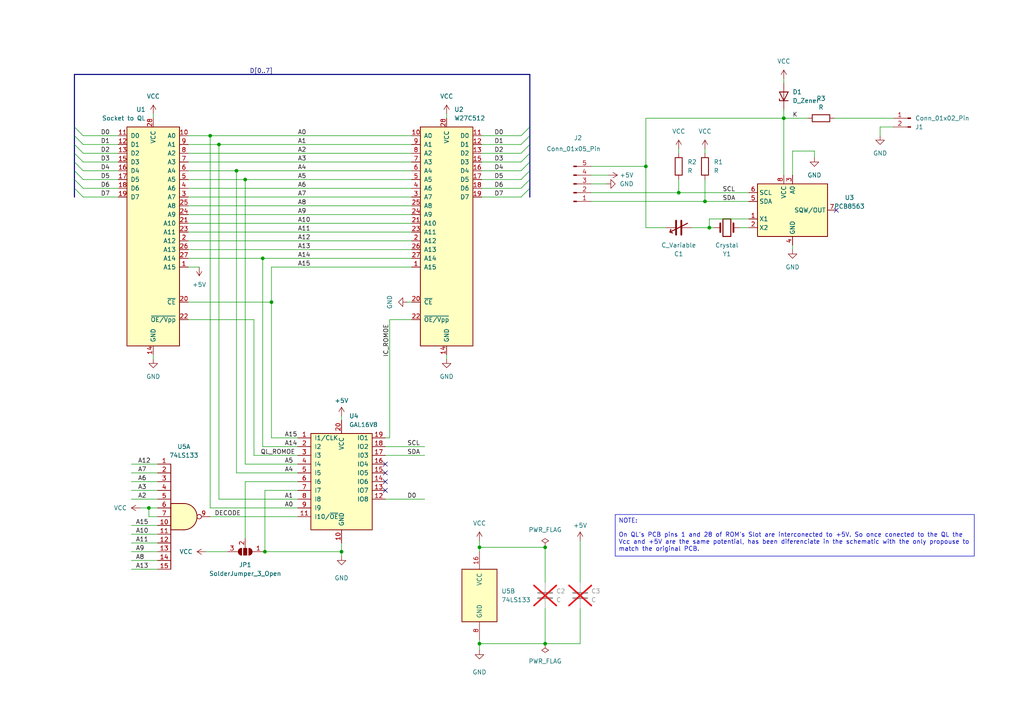
<source format=kicad_sch>
(kicad_sch (version 20230121) (generator eeschema)
  (paper "A4")
  (title_block (title "Minerva MK II Reimagined") (date "2024-01-26") (rev "0.0") (company "Alvaro Alea Fernandez"))
  (lib_symbols
    (symbol "74xx:74LS133" (pin_names (offset 1.016))
      (property "Reference" "U" (at 0 1.27 0))
      (property "Value" "74LS133" (at 0 -1.27 0))
      (symbol "74LS133_1_1"
        (arc (start 0 -3.81) (mid 3.7934 0) (end 0 3.81) (stroke (width 0.254)) (fill (type background)))
        (polyline (pts (xy -3.81 15.24) (xy -3.81 -15.24)) (stroke (width 0.254)))
        (polyline (pts (xy 0 3.81) (xy -3.81 3.81) (xy -3.81 -3.81) (xy 0 -3.81)) (stroke (width 0.254)) (fill (type background)))
        (pin input line (at -7.62 15.24 0) (length 3.81) (name "~") (number "1"))
        (pin input line (at -7.62 -2.54 0) (length 3.81) (name "~") (number "10"))
        (pin input line (at -7.62 -5.08 0) (length 3.81) (name "~") (number "11"))
        (pin input line (at -7.62 -7.62 0) (length 3.81) (name "~") (number "12"))
        (pin input line (at -7.62 -10.16 0) (length 3.81) (name "~") (number "13"))
        (pin input line (at -7.62 -12.7 0) (length 3.81) (name "~") (number "14"))
        (pin input line (at -7.62 -15.24 0) (length 3.81) (name "~") (number "15"))
        (pin input line (at -7.62 12.7 0) (length 3.81) (name "~") (number "2"))
        (pin input line (at -7.62 10.16 0) (length 3.81) (name "~") (number "3"))
        (pin input line (at -7.62 7.62 0) (length 3.81) (name "~") (number "4"))
        (pin input line (at -7.62 5.08 0) (length 3.81) (name "~") (number "5"))
        (pin input line (at -7.62 2.54 0) (length 3.81) (name "~") (number "6"))
        (pin input line (at -7.62 0 0) (length 3.81) (name "~") (number "7"))
        (pin output inverted (at 7.62 0 180) (length 3.81) (name "~") (number "9"))
      )
      (symbol "74LS133_1_2"
        (arc (start -3.81 -3.81) (mid -2.589 0) (end -3.81 3.81) (stroke (width 0.254)))
        (arc (start -0.6096 -3.81) (mid 2.1842 -2.5851) (end 3.81 0) (stroke (width 0.254)) (fill (type background)))
        (polyline (pts (xy -3.81 -3.81) (xy -3.81 -15.24)) (stroke (width 0.254)))
        (polyline (pts (xy -3.81 -3.81) (xy -0.635 -3.81)) (stroke (width 0.254)) (fill (type background)))
        (polyline (pts (xy -3.81 3.81) (xy -0.635 3.81)) (stroke (width 0.254)) (fill (type background)))
        (polyline (pts (xy -3.81 15.24) (xy -3.81 3.81)) (stroke (width 0.254)))
        (polyline (pts (xy -0.635 3.81) (xy -3.81 3.81) (xy -3.81 3.81) (xy -3.556 3.4036) (xy -3.0226 2.2606) (xy -2.6924 1.0414) (xy -2.6162 -0.254) (xy -2.7686 -1.4986) (xy -3.175 -2.7178) (xy -3.81 -3.81) (xy -3.81 -3.81) (xy -0.635 -3.81)) (stroke (width -25.4)) (fill (type background)))
        (arc (start 3.81 0) (mid 2.1915 2.5936) (end -0.6096 3.81) (stroke (width 0.254)) (fill (type background)))
        (pin input inverted (at -7.62 15.24 0) (length 3.81) (name "~") (number "1"))
        (pin input inverted (at -7.62 -2.54 0) (length 4.5466) (name "~") (number "10"))
        (pin input inverted (at -7.62 -5.08 0) (length 3.81) (name "~") (number "11"))
        (pin input inverted (at -7.62 -7.62 0) (length 3.81) (name "~") (number "12"))
        (pin input inverted (at -7.62 -10.16 0) (length 3.81) (name "~") (number "13"))
        (pin input inverted (at -7.62 -12.7 0) (length 3.81) (name "~") (number "14"))
        (pin input inverted (at -7.62 -15.24 0) (length 3.81) (name "~") (number "15"))
        (pin input inverted (at -7.62 12.7 0) (length 3.81) (name "~") (number "2"))
        (pin input inverted (at -7.62 10.16 0) (length 3.81) (name "~") (number "3"))
        (pin input inverted (at -7.62 7.62 0) (length 3.81) (name "~") (number "4"))
        (pin input inverted (at -7.62 5.08 0) (length 3.81) (name "~") (number "5"))
        (pin input inverted (at -7.62 2.54 0) (length 4.5466) (name "~") (number "6"))
        (pin input inverted (at -7.62 0 0) (length 5.08) (name "~") (number "7"))
        (pin output line (at 7.62 0 180) (length 3.81) (name "~") (number "9"))
      )
      (symbol "74LS133_2_0"
        (pin power_in line (at 0 12.7 270) (length 5.08) (name "VCC") (number "16"))
        (pin power_in line (at 0 -12.7 90) (length 5.08) (name "GND") (number "8"))
      )
      (symbol "74LS133_2_1"
        (rectangle (start -5.08 7.62) (end 5.08 -7.62) (stroke (width 0.254)) (fill (type background)))
      )
    )
    (symbol "8bits:W27C512" (pin_names (offset 1.016))
      (property "Reference" "U" (at 6.35 33.02 0))
      (property "Value" "W27C512" (at 5.08 -33.02 0))
      (symbol "W27C512_1_1"
        (rectangle (start -7.62 31.75) (end 7.62 -31.75) (stroke (width 0.254)) (fill (type background)))
        (pin input line (at -10.16 -8.89 0) (length 2.54) (name "A15") (number "1"))
        (pin input line (at -10.16 29.21 0) (length 2.54) (name "A0") (number "10"))
        (pin tri_state line (at 10.16 29.21 180) (length 2.54) (name "D0") (number "11"))
        (pin tri_state line (at 10.16 26.67 180) (length 2.54) (name "D1") (number "12"))
        (pin tri_state line (at 10.16 24.13 180) (length 2.54) (name "D2") (number "13"))
        (pin power_in line (at 0 -34.29 90) (length 2.54) (name "GND") (number "14"))
        (pin tri_state line (at 10.16 21.59 180) (length 2.54) (name "D3") (number "15"))
        (pin tri_state line (at 10.16 19.05 180) (length 2.54) (name "D4") (number "16"))
        (pin tri_state line (at 10.16 16.51 180) (length 2.54) (name "D5") (number "17"))
        (pin tri_state line (at 10.16 13.97 180) (length 2.54) (name "D6") (number "18"))
        (pin tri_state line (at 10.16 11.43 180) (length 2.54) (name "D7") (number "19"))
        (pin input line (at -10.16 -1.27 0) (length 2.54) (name "A12") (number "2"))
        (pin input line (at -10.16 -19.05 0) (length 2.54) (name "~{CE}") (number "20"))
        (pin input line (at -10.16 3.81 0) (length 2.54) (name "A10") (number "21"))
        (pin input line (at -10.16 -24.13 0) (length 2.54) (name "~{OE/Vpp}") (number "22"))
        (pin input line (at -10.16 1.27 0) (length 2.54) (name "A11") (number "23"))
        (pin input line (at -10.16 6.35 0) (length 2.54) (name "A9") (number "24"))
        (pin input line (at -10.16 8.89 0) (length 2.54) (name "A8") (number "25"))
        (pin input line (at -10.16 -3.81 0) (length 2.54) (name "A13") (number "26"))
        (pin input line (at -10.16 -6.35 0) (length 2.54) (name "A14") (number "27"))
        (pin power_in line (at 0 34.29 270) (length 2.54) (name "VCC") (number "28"))
        (pin input line (at -10.16 11.43 0) (length 2.54) (name "A7") (number "3"))
        (pin input line (at -10.16 13.97 0) (length 2.54) (name "A6") (number "4"))
        (pin input line (at -10.16 16.51 0) (length 2.54) (name "A5") (number "5"))
        (pin input line (at -10.16 19.05 0) (length 2.54) (name "A4") (number "6"))
        (pin input line (at -10.16 21.59 0) (length 2.54) (name "A3") (number "7"))
        (pin input line (at -10.16 24.13 0) (length 2.54) (name "A2") (number "8"))
        (pin input line (at -10.16 26.67 0) (length 2.54) (name "A1") (number "9"))
      )
    )
    (symbol "Connector:Conn_01x02_Pin" (pin_names (offset 1.016) hide)
      (property "Reference" "J" (at 0 2.54 0))
      (property "Value" "Conn_01x02_Pin" (at 0 -5.08 0))
      (symbol "Conn_01x02_Pin_1_1"
        (polyline (pts (xy 1.27 -2.54) (xy 0.8636 -2.54)) (stroke (width 0.1524)))
        (polyline (pts (xy 1.27 0) (xy 0.8636 0)) (stroke (width 0.1524)))
        (rectangle (start 0.8636 -2.413) (end 0 -2.667) (stroke (width 0.1524)) (fill (type outline)))
        (rectangle (start 0.8636 0.127) (end 0 -0.127) (stroke (width 0.1524)) (fill (type outline)))
        (pin passive line (at 5.08 0 180) (length 3.81) (name "Pin_1") (number "1"))
        (pin passive line (at 5.08 -2.54 180) (length 3.81) (name "Pin_2") (number "2"))
      )
    )
    (symbol "Connector:Conn_01x05_Pin" (pin_names (offset 1.016) hide)
      (property "Reference" "J" (at 0 7.62 0))
      (property "Value" "Conn_01x05_Pin" (at 0 -7.62 0))
      (symbol "Conn_01x05_Pin_1_1"
        (polyline (pts (xy 1.27 -5.08) (xy 0.8636 -5.08)) (stroke (width 0.1524)))
        (polyline (pts (xy 1.27 -2.54) (xy 0.8636 -2.54)) (stroke (width 0.1524)))
        (polyline (pts (xy 1.27 0) (xy 0.8636 0)) (stroke (width 0.1524)))
        (polyline (pts (xy 1.27 2.54) (xy 0.8636 2.54)) (stroke (width 0.1524)))
        (polyline (pts (xy 1.27 5.08) (xy 0.8636 5.08)) (stroke (width 0.1524)))
        (rectangle (start 0.8636 -4.953) (end 0 -5.207) (stroke (width 0.1524)) (fill (type outline)))
        (rectangle (start 0.8636 -2.413) (end 0 -2.667) (stroke (width 0.1524)) (fill (type outline)))
        (rectangle (start 0.8636 0.127) (end 0 -0.127) (stroke (width 0.1524)) (fill (type outline)))
        (rectangle (start 0.8636 2.667) (end 0 2.413) (stroke (width 0.1524)) (fill (type outline)))
        (rectangle (start 0.8636 5.207) (end 0 4.953) (stroke (width 0.1524)) (fill (type outline)))
        (pin passive line (at 5.08 5.08 180) (length 3.81) (name "Pin_1") (number "1"))
        (pin passive line (at 5.08 2.54 180) (length 3.81) (name "Pin_2") (number "2"))
        (pin passive line (at 5.08 0 180) (length 3.81) (name "Pin_3") (number "3"))
        (pin passive line (at 5.08 -2.54 180) (length 3.81) (name "Pin_4") (number "4"))
        (pin passive line (at 5.08 -5.08 180) (length 3.81) (name "Pin_5") (number "5"))
      )
    )
    (symbol "Device:C" (pin_numbers hide) (pin_names (offset 0.254))
      (property "Reference" "C" (at 0.635 2.54 0))
      (property "Value" "C" (at 0.635 -2.54 0))
      (symbol "C_0_1"
        (polyline (pts (xy -2.032 -0.762) (xy 2.032 -0.762)) (stroke (width 0.508)))
        (polyline (pts (xy -2.032 0.762) (xy 2.032 0.762)) (stroke (width 0.508)))
      )
      (symbol "C_1_1"
        (pin passive line (at 0 3.81 270) (length 2.794) (name "~") (number "1"))
        (pin passive line (at 0 -3.81 90) (length 2.794) (name "~") (number "2"))
      )
    )
    (symbol "Device:C_Variable" (pin_numbers hide) (pin_names (offset 0.254) hide)
      (property "Reference" "C" (at 0.635 -1.905 0))
      (property "Value" "C_Variable" (at 0.635 -3.81 0))
      (symbol "C_Variable_0_1"
        (polyline (pts (xy -2.032 -0.762) (xy 2.032 -0.762)) (stroke (width 0.508)))
        (polyline (pts (xy -2.032 0.762) (xy 2.032 0.762)) (stroke (width 0.508)))
        (polyline (pts (xy 1.27 2.54) (xy -1.27 -2.54)) (stroke (width 0.3048)))
        (polyline (pts (xy 1.27 2.54) (xy 0.508 2.286)) (stroke (width 0.3048)))
        (polyline (pts (xy 1.27 2.54) (xy 1.524 1.778)) (stroke (width 0.3048)))
      )
      (symbol "C_Variable_1_1"
        (pin passive line (at 0 3.81 270) (length 3.048) (name "~") (number "1"))
        (pin passive line (at 0 -3.81 90) (length 3.048) (name "~") (number "2"))
      )
    )
    (symbol "Device:Crystal" (pin_numbers hide) (pin_names (offset 1.016) hide)
      (property "Reference" "Y" (at 0 3.81 0))
      (property "Value" "Crystal" (at 0 -3.81 0))
      (symbol "Crystal_0_1"
        (rectangle (start -1.143 2.54) (end 1.143 -2.54) (stroke (width 0.3048)))
        (polyline (pts (xy -2.54 0) (xy -1.905 0)))
        (polyline (pts (xy -1.905 -1.27) (xy -1.905 1.27)) (stroke (width 0.508)))
        (polyline (pts (xy 1.905 -1.27) (xy 1.905 1.27)) (stroke (width 0.508)))
        (polyline (pts (xy 2.54 0) (xy 1.905 0)))
      )
      (symbol "Crystal_1_1"
        (pin passive line (at -3.81 0 0) (length 1.27) (name "1") (number "1"))
        (pin passive line (at 3.81 0 180) (length 1.27) (name "2") (number "2"))
      )
    )
    (symbol "Device:D_Zener" (pin_numbers hide) (pin_names (offset 1.016) hide)
      (property "Reference" "D" (at 0 2.54 0))
      (property "Value" "D_Zener" (at 0 -2.54 0))
      (symbol "D_Zener_0_1"
        (polyline (pts (xy 1.27 0) (xy -1.27 0)))
        (polyline (pts (xy -1.27 -1.27) (xy -1.27 1.27) (xy -0.762 1.27)) (stroke (width 0.254)))
        (polyline (pts (xy 1.27 -1.27) (xy 1.27 1.27) (xy -1.27 0) (xy 1.27 -1.27)) (stroke (width 0.254)))
      )
      (symbol "D_Zener_1_1"
        (pin passive line (at -3.81 0 0) (length 2.54) (name "K") (number "1"))
        (pin passive line (at 3.81 0 180) (length 2.54) (name "A") (number "2"))
      )
    )
    (symbol "Device:R" (pin_numbers hide) (pin_names (offset 0))
      (property "Reference" "R" (at 2.032 0 90))
      (property "Value" "R" (at 0 0 90))
      (symbol "R_0_1"
        (rectangle (start -1.016 -2.54) (end 1.016 2.54) (stroke (width 0.254)))
      )
      (symbol "R_1_1"
        (pin passive line (at 0 3.81 270) (length 1.27) (name "~") (number "1"))
        (pin passive line (at 0 -3.81 90) (length 1.27) (name "~") (number "2"))
      )
    )
    (symbol "Jumper:SolderJumper_3_Open" (pin_names (offset 0) hide)
      (property "Reference" "JP" (at -2.54 -2.54 0))
      (property "Value" "SolderJumper_3_Open" (at 0 2.794 0))
      (symbol "SolderJumper_3_Open_0_1"
        (arc (start -1.016 1.016) (mid -2.0276 0) (end -1.016 -1.016))
        (arc (start -1.016 1.016) (mid -2.0276 0) (end -1.016 -1.016) (fill (type outline)))
        (rectangle (start -0.508 1.016) (end 0.508 -1.016) (fill (type outline)))
        (polyline (pts (xy -2.54 0) (xy -2.032 0)))
        (polyline (pts (xy -1.016 1.016) (xy -1.016 -1.016)))
        (polyline (pts (xy 0 -1.27) (xy 0 -1.016)))
        (polyline (pts (xy 1.016 1.016) (xy 1.016 -1.016)))
        (polyline (pts (xy 2.54 0) (xy 2.032 0)))
        (arc (start 1.016 -1.016) (mid 2.0276 0) (end 1.016 1.016))
        (arc (start 1.016 -1.016) (mid 2.0276 0) (end 1.016 1.016) (fill (type outline)))
      )
      (symbol "SolderJumper_3_Open_1_1"
        (pin passive line (at -5.08 0 0) (length 2.54) (name "A") (number "1"))
        (pin passive line (at 0 -3.81 90) (length 2.54) (name "C") (number "2"))
        (pin passive line (at 5.08 0 180) (length 2.54) (name "B") (number "3"))
      )
    )
    (symbol "Logic_Programmable:GAL16V8" (pin_names (offset 1.016))
      (property "Reference" "U" (at -8.89 16.51 0))
      (property "Value" "GAL16V8" (at 1.27 16.51 0))
      (symbol "GAL16V8_0_0"
        (pin power_in line (at 0 -17.78 90) (length 3.81) (name "GND") (number "10"))
        (pin power_in line (at 0 17.78 270) (length 3.81) (name "VCC") (number "20"))
      )
      (symbol "GAL16V8_0_1"
        (rectangle (start -8.89 13.97) (end 8.89 -13.97) (stroke (width 0.254)) (fill (type background)))
      )
      (symbol "GAL16V8_1_1"
        (pin input line (at -12.7 12.7 0) (length 3.81) (name "I1/CLK") (number "1"))
        (pin input line (at -12.7 -10.16 0) (length 3.81) (name "I10/~{OE}") (number "11"))
        (pin tri_state line (at 12.7 -5.08 180) (length 3.81) (name "IO8") (number "12"))
        (pin tri_state line (at 12.7 -2.54 180) (length 3.81) (name "IO7") (number "13"))
        (pin tri_state line (at 12.7 0 180) (length 3.81) (name "IO6") (number "14"))
        (pin tri_state line (at 12.7 2.54 180) (length 3.81) (name "IO5") (number "15"))
        (pin tri_state line (at 12.7 5.08 180) (length 3.81) (name "IO4") (number "16"))
        (pin tri_state line (at 12.7 7.62 180) (length 3.81) (name "I03") (number "17"))
        (pin tri_state line (at 12.7 10.16 180) (length 3.81) (name "IO2") (number "18"))
        (pin tri_state line (at 12.7 12.7 180) (length 3.81) (name "IO1") (number "19"))
        (pin input line (at -12.7 10.16 0) (length 3.81) (name "I2") (number "2"))
        (pin input line (at -12.7 7.62 0) (length 3.81) (name "I3") (number "3"))
        (pin input line (at -12.7 5.08 0) (length 3.81) (name "I4") (number "4"))
        (pin input line (at -12.7 2.54 0) (length 3.81) (name "I5") (number "5"))
        (pin input line (at -12.7 0 0) (length 3.81) (name "I6") (number "6"))
        (pin input line (at -12.7 -2.54 0) (length 3.81) (name "I7") (number "7"))
        (pin input line (at -12.7 -5.08 0) (length 3.81) (name "I8") (number "8"))
        (pin input line (at -12.7 -7.62 0) (length 3.81) (name "I9") (number "9"))
      )
    )
    (symbol "Timer_RTC:DS1307+"
      (property "Reference" "U3" (at 16.51 3.6479 0))
      (property "Value" "PCB8563" (at 16.51 1.1079 0))
      (symbol "DS1307+_0_1"
        (rectangle (start -10.16 7.62) (end 10.16 -7.62) (stroke (width 0.254)) (fill (type background)))
      )
      (symbol "DS1307+_1_1"
        (pin input line (at -12.7 -2.54 0) (length 2.54) (name "X1") (number "1"))
        (pin input line (at -12.7 -5.08 0) (length 2.54) (name "X2") (number "2"))
        (pin power_in line (at 0 10.16 270) (length 2.54) (name "A0") (number "3"))
        (pin power_in line (at 0 -10.16 90) (length 2.54) (name "GND") (number "4"))
        (pin bidirectional line (at -12.7 2.54 0) (length 2.54) (name "SDA") (number "5"))
        (pin input line (at -12.7 5.08 0) (length 2.54) (name "SCL") (number "6"))
        (pin open_collector line (at 12.7 0 180) (length 2.54) (name "SQW/OUT") (number "7"))
        (pin power_in line (at -2.54 10.16 270) (length 2.54) (name "VCC") (number "8"))
      )
    )
    (symbol "power:+5V" (power) (pin_names (offset 0))
      (property "Value" "+5V" (at 0 3.556 0))
      (symbol "+5V_0_1"
        (polyline (pts (xy -0.762 1.27) (xy 0 2.54)))
        (polyline (pts (xy 0 0) (xy 0 2.54)))
        (polyline (pts (xy 0 2.54) (xy 0.762 1.27)))
      )
      (symbol "+5V_1_1"
        (pin power_in line (at 0 0 90) (length 0) hide (name "+5V") (number "1"))
      )
    )
    (symbol "power:GND" (power) (pin_names (offset 0))
      (property "Value" "GND" (at 0 -3.81 0))
      (symbol "GND_0_1"
        (polyline (pts (xy 0 0) (xy 0 -1.27) (xy 1.27 -1.27) (xy 0 -2.54) (xy -1.27 -1.27) (xy 0 -1.27)))
      )
      (symbol "GND_1_1"
        (pin power_in line (at 0 0 270) (length 0) hide (name "GND") (number "1"))
      )
    )
    (symbol "power:PWR_FLAG" (power) (pin_numbers hide) (pin_names (offset 0) hide)
      (property "Value" "PWR_FLAG" (at 0 3.81 0))
      (symbol "PWR_FLAG_0_0"
        (pin power_out line (at 0 0 90) (length 0) (name "pwr") (number "1"))
      )
      (symbol "PWR_FLAG_0_1"
        (polyline (pts (xy 0 0) (xy 0 1.27) (xy -1.016 1.905) (xy 0 2.54) (xy 1.016 1.905) (xy 0 1.27)))
      )
    )
    (symbol "power:VCC" (power) (pin_names (offset 0))
      (property "Value" "VCC" (at 0 3.81 0))
      (symbol "VCC_0_1"
        (polyline (pts (xy -0.762 1.27) (xy 0 2.54)))
        (polyline (pts (xy 0 0) (xy 0 2.54)))
        (polyline (pts (xy 0 2.54) (xy 0.762 1.27)))
      )
      (symbol "VCC_1_1"
        (pin power_in line (at 0 0 90) (length 0) hide (name "VCC") (number "1"))
      )
    )
  )
  (junction (at 187.325 48.26))
  (junction (at 78.74 87.63))
  (junction (at 139.065 158.75))
  (junction (at 71.12 52.07))
  (junction (at 99.06 160.02))
  (junction (at 63.5 41.91))
  (junction (at 158.115 186.69))
  (junction (at 204.47 58.42))
  (junction (at 76.2 74.93))
  (junction (at 76.835 160.02))
  (junction (at 43.18 147.32))
  (junction (at 139.065 186.69))
  (junction (at 60.96 39.37))
  (junction (at 205.74 66.04))
  (junction (at 158.115 158.75))
  (junction (at 227.33 34.29))
  (junction (at 196.85 55.88))
  (junction (at 68.58 49.53))
  (no_connect (at 111.76 139.7))
  (no_connect (at 111.76 137.16))
  (no_connect (at 111.76 134.62))
  (no_connect (at 242.57 60.96))
  (no_connect (at 111.76 142.24))
  (bus_entry (at 21.59 41.91) (size 2.54 2.54))
  (bus_entry (at 21.59 52.07) (size 2.54 2.54))
  (bus_entry (at 153.67 49.53) (size -2.54 2.54))
  (bus_entry (at 21.59 49.53) (size 2.54 2.54))
  (bus_entry (at 153.67 41.91) (size -2.54 2.54))
  (bus_entry (at 21.59 44.45) (size 2.54 2.54))
  (bus_entry (at 153.67 46.99) (size -2.54 2.54))
  (bus_entry (at 21.59 54.61) (size 2.54 2.54))
  (bus_entry (at 153.67 39.37) (size -2.54 2.54))
  (bus_entry (at 21.59 46.99) (size 2.54 2.54))
  (bus_entry (at 21.59 39.37) (size 2.54 2.54))
  (bus_entry (at 153.67 36.83) (size -2.54 2.54))
  (bus_entry (at 153.67 52.07) (size -2.54 2.54))
  (bus_entry (at 21.59 36.83) (size 2.54 2.54))
  (bus_entry (at 153.67 54.61) (size -2.54 2.54))
  (bus_entry (at 153.67 44.45) (size -2.54 2.54))
  (wire (pts (xy 158.115 158.75) (xy 158.115 168.91)))
  (wire (pts (xy 200.66 66.04) (xy 205.74 66.04)))
  (wire (pts (xy 86.36 139.7) (xy 71.12 139.7)))
  (wire (pts (xy 214.63 66.04) (xy 217.17 66.04)))
  (wire (pts (xy 38.1 144.78) (xy 45.72 144.78)))
  (wire (pts (xy 187.325 48.26) (xy 171.45 48.26)))
  (wire (pts (xy 54.61 77.47) (xy 57.785 77.47)))
  (wire (pts (xy 54.61 64.77) (xy 119.38 64.77)))
  (wire (pts (xy 187.325 34.29) (xy 187.325 48.26)))
  (wire (pts (xy 63.5 41.91) (xy 119.38 41.91)))
  (bus (pts (xy 21.59 21.59) (xy 21.59 36.83)))
  (wire (pts (xy 54.61 41.91) (xy 63.5 41.91)))
  (wire (pts (xy 241.935 34.29) (xy 259.08 34.29)))
  (bus (pts (xy 153.67 41.91) (xy 153.67 44.45)))
  (wire (pts (xy 60.96 147.32) (xy 60.96 39.37)))
  (wire (pts (xy 99.06 161.29) (xy 99.06 160.02)))
  (wire (pts (xy 151.13 39.37) (xy 139.7 39.37)))
  (wire (pts (xy 38.1 139.7) (xy 45.72 139.7)))
  (wire (pts (xy 139.065 158.75) (xy 158.115 158.75)))
  (wire (pts (xy 71.12 134.62) (xy 86.36 134.62)))
  (wire (pts (xy 151.13 54.61) (xy 139.7 54.61)))
  (wire (pts (xy 204.47 43.18) (xy 204.47 44.45)))
  (wire (pts (xy 43.18 149.86) (xy 43.18 147.32)))
  (wire (pts (xy 38.1 154.94) (xy 45.72 154.94)))
  (bus (pts (xy 153.67 46.99) (xy 153.67 49.53)))
  (wire (pts (xy 187.325 66.04) (xy 193.04 66.04)))
  (bus (pts (xy 21.59 52.07) (xy 21.59 54.61)))
  (wire (pts (xy 204.47 52.07) (xy 204.47 58.42)))
  (wire (pts (xy 236.22 43.815) (xy 236.22 45.72)))
  (wire (pts (xy 86.36 147.32) (xy 60.96 147.32)))
  (wire (pts (xy 151.13 44.45) (xy 139.7 44.45)))
  (wire (pts (xy 139.065 156.845) (xy 139.065 158.75)))
  (wire (pts (xy 196.85 52.07) (xy 196.85 55.88)))
  (wire (pts (xy 227.33 22.86) (xy 227.33 24.13)))
  (bus (pts (xy 153.67 52.07) (xy 153.67 54.61)))
  (wire (pts (xy 24.13 46.99) (xy 34.29 46.99)))
  (wire (pts (xy 129.54 102.87) (xy 129.54 104.14)))
  (wire (pts (xy 54.61 72.39) (xy 119.38 72.39)))
  (bus (pts (xy 153.67 54.61) (xy 153.67 57.15)))
  (bus (pts (xy 21.59 49.53) (xy 21.59 52.07)))
  (wire (pts (xy 187.325 48.26) (xy 187.325 66.04)))
  (wire (pts (xy 73.66 92.71) (xy 73.66 132.08)))
  (wire (pts (xy 54.61 69.85) (xy 119.38 69.85)))
  (wire (pts (xy 151.13 52.07) (xy 139.7 52.07)))
  (wire (pts (xy 54.61 87.63) (xy 78.74 87.63)))
  (bus (pts (xy 21.59 21.59) (xy 153.67 21.59)))
  (wire (pts (xy 63.5 144.78) (xy 86.36 144.78)))
  (wire (pts (xy 68.58 137.16) (xy 86.36 137.16)))
  (bus (pts (xy 21.59 46.99) (xy 21.59 49.53)))
  (wire (pts (xy 168.275 186.69) (xy 168.275 176.53)))
  (wire (pts (xy 229.87 43.815) (xy 236.22 43.815)))
  (wire (pts (xy 171.45 58.42) (xy 204.47 58.42)))
  (bus (pts (xy 21.59 54.61) (xy 21.59 57.15)))
  (wire (pts (xy 24.13 41.91) (xy 34.29 41.91)))
  (wire (pts (xy 54.61 44.45) (xy 119.38 44.45)))
  (wire (pts (xy 38.1 137.16) (xy 45.72 137.16)))
  (wire (pts (xy 151.13 57.15) (xy 139.7 57.15)))
  (wire (pts (xy 40.64 147.32) (xy 43.18 147.32)))
  (wire (pts (xy 113.03 127) (xy 113.03 92.71)))
  (wire (pts (xy 111.76 129.54) (xy 123.19 129.54)))
  (wire (pts (xy 78.74 77.47) (xy 119.38 77.47)))
  (wire (pts (xy 24.13 44.45) (xy 34.29 44.45)))
  (wire (pts (xy 227.33 34.29) (xy 234.315 34.29)))
  (wire (pts (xy 76.2 74.93) (xy 76.2 129.54)))
  (wire (pts (xy 45.72 149.86) (xy 43.18 149.86)))
  (wire (pts (xy 255.27 36.83) (xy 259.08 36.83)))
  (wire (pts (xy 119.38 87.63) (xy 118.11 87.63)))
  (wire (pts (xy 227.33 34.29) (xy 227.33 50.8)))
  (wire (pts (xy 54.61 92.71) (xy 73.66 92.71)))
  (wire (pts (xy 68.58 49.53) (xy 119.38 49.53)))
  (wire (pts (xy 71.12 52.07) (xy 119.38 52.07)))
  (wire (pts (xy 227.33 31.75) (xy 227.33 34.29)))
  (wire (pts (xy 76.835 160.02) (xy 99.06 160.02)))
  (bus (pts (xy 153.67 49.53) (xy 153.67 52.07)))
  (wire (pts (xy 76.2 160.02) (xy 76.835 160.02)))
  (wire (pts (xy 171.45 50.8) (xy 176.53 50.8)))
  (wire (pts (xy 54.61 62.23) (xy 119.38 62.23)))
  (wire (pts (xy 73.66 132.08) (xy 86.36 132.08)))
  (wire (pts (xy 119.38 74.93) (xy 76.2 74.93)))
  (wire (pts (xy 54.61 49.53) (xy 68.58 49.53)))
  (wire (pts (xy 24.13 52.07) (xy 34.29 52.07)))
  (wire (pts (xy 78.74 127) (xy 86.36 127)))
  (wire (pts (xy 196.85 55.88) (xy 217.17 55.88)))
  (bus (pts (xy 153.67 39.37) (xy 153.67 41.91)))
  (wire (pts (xy 151.13 46.99) (xy 139.7 46.99)))
  (wire (pts (xy 139.065 188.595) (xy 139.065 186.69)))
  (wire (pts (xy 54.61 74.93) (xy 76.2 74.93)))
  (wire (pts (xy 38.1 160.02) (xy 45.72 160.02)))
  (wire (pts (xy 151.13 49.53) (xy 139.7 49.53)))
  (wire (pts (xy 139.065 185.42) (xy 139.065 186.69)))
  (wire (pts (xy 78.74 87.63) (xy 78.74 127)))
  (wire (pts (xy 139.065 158.75) (xy 139.065 160.02)))
  (wire (pts (xy 76.835 142.24) (xy 76.835 160.02)))
  (wire (pts (xy 168.275 156.845) (xy 168.275 168.91)))
  (wire (pts (xy 54.61 57.15) (xy 119.38 57.15)))
  (wire (pts (xy 129.54 33.02) (xy 129.54 34.29)))
  (wire (pts (xy 171.45 55.88) (xy 196.85 55.88)))
  (wire (pts (xy 68.58 49.53) (xy 68.58 137.16)))
  (wire (pts (xy 60.96 149.86) (xy 86.36 149.86)))
  (wire (pts (xy 205.74 66.04) (xy 207.01 66.04)))
  (wire (pts (xy 38.1 162.56) (xy 45.72 162.56)))
  (wire (pts (xy 71.12 139.7) (xy 71.12 156.21)))
  (wire (pts (xy 151.13 41.91) (xy 139.7 41.91)))
  (bus (pts (xy 21.59 36.83) (xy 21.59 39.37)))
  (wire (pts (xy 60.96 39.37) (xy 119.38 39.37)))
  (wire (pts (xy 38.1 157.48) (xy 45.72 157.48)))
  (wire (pts (xy 171.45 53.34) (xy 175.895 53.34)))
  (wire (pts (xy 59.69 160.02) (xy 66.04 160.02)))
  (wire (pts (xy 24.13 54.61) (xy 34.29 54.61)))
  (wire (pts (xy 76.2 129.54) (xy 86.36 129.54)))
  (wire (pts (xy 43.18 147.32) (xy 45.72 147.32)))
  (wire (pts (xy 38.1 142.24) (xy 45.72 142.24)))
  (wire (pts (xy 63.5 41.91) (xy 63.5 144.78)))
  (wire (pts (xy 111.76 144.78) (xy 123.19 144.78)))
  (wire (pts (xy 76.835 142.24) (xy 86.36 142.24)))
  (wire (pts (xy 54.61 67.31) (xy 119.38 67.31)))
  (wire (pts (xy 54.61 39.37) (xy 60.96 39.37)))
  (wire (pts (xy 38.1 165.1) (xy 45.72 165.1)))
  (bus (pts (xy 153.67 44.45) (xy 153.67 46.99)))
  (wire (pts (xy 24.13 39.37) (xy 34.29 39.37)))
  (bus (pts (xy 21.59 39.37) (xy 21.59 41.91)))
  (bus (pts (xy 153.67 21.59) (xy 153.67 36.83)))
  (wire (pts (xy 139.065 186.69) (xy 158.115 186.69)))
  (wire (pts (xy 38.1 152.4) (xy 45.72 152.4)))
  (wire (pts (xy 111.76 132.08) (xy 123.19 132.08)))
  (wire (pts (xy 227.33 34.29) (xy 187.325 34.29)))
  (wire (pts (xy 54.61 54.61) (xy 119.38 54.61)))
  (wire (pts (xy 54.61 46.99) (xy 119.38 46.99)))
  (bus (pts (xy 153.67 36.83) (xy 153.67 39.37)))
  (wire (pts (xy 24.13 49.53) (xy 34.29 49.53)))
  (wire (pts (xy 158.115 176.53) (xy 158.115 186.69)))
  (wire (pts (xy 38.1 134.62) (xy 45.72 134.62)))
  (bus (pts (xy 21.59 44.45) (xy 21.59 46.99)))
  (wire (pts (xy 44.45 102.87) (xy 44.45 104.14)))
  (wire (pts (xy 113.03 92.71) (xy 119.38 92.71)))
  (wire (pts (xy 99.06 120.65) (xy 99.06 121.92)))
  (wire (pts (xy 111.76 127) (xy 113.03 127)))
  (wire (pts (xy 54.61 52.07) (xy 71.12 52.07)))
  (wire (pts (xy 217.17 63.5) (xy 205.74 63.5)))
  (wire (pts (xy 54.61 59.69) (xy 119.38 59.69)))
  (wire (pts (xy 44.45 33.02) (xy 44.45 34.29)))
  (wire (pts (xy 204.47 58.42) (xy 217.17 58.42)))
  (wire (pts (xy 196.85 43.18) (xy 196.85 44.45)))
  (wire (pts (xy 24.13 57.15) (xy 34.29 57.15)))
  (wire (pts (xy 229.87 71.12) (xy 229.87 72.39)))
  (wire (pts (xy 205.74 63.5) (xy 205.74 66.04)))
  (wire (pts (xy 255.27 36.83) (xy 255.27 39.37)))
  (wire (pts (xy 78.74 77.47) (xy 78.74 87.63)))
  (wire (pts (xy 71.12 52.07) (xy 71.12 134.62)))
  (bus (pts (xy 21.59 41.91) (xy 21.59 44.45)))
  (wire (pts (xy 229.87 43.815) (xy 229.87 50.8)))
  (wire (pts (xy 99.06 157.48) (xy 99.06 160.02)))
  (wire (pts (xy 158.115 186.69) (xy 168.275 186.69)))
  (text_box "NOTE:\n\nOn QL's PCB pins 1 and 28 of ROM's Slot are interconected to +5V. So once conected to the QL the Vcc and +5V are the same potential, has been diferenciate in the schematic with the only propouse to match the original PCB." (at 178.435 149.225 0) (size 104.14 12.065) (effects (font (size 1.27 1.27)) (justify left top)))
  (label "D2" (at 29.21 44.45 0))
  (label "A8" (at 39.37 162.56 0))
  (label "K" (at 229.87 34.29 0))
  (label "A0" (at 86.36 39.37 0))
  (label "A5" (at 86.36 52.07 0))
  (label "DECODE" (at 62.23 149.86 0))
  (label "SDA" (at 209.55 58.42 0))
  (label "A15" (at 86.36 77.47 0))
  (label "D4" (at 29.21 49.53 0))
  (label "A2" (at 40.005 144.78 0))
  (label "A7" (at 86.36 57.15 0))
  (label "A6" (at 86.36 54.61 0))
  (label "A11" (at 86.36 67.31 0))
  (label "A13" (at 39.37 165.1 0))
  (label "A3" (at 40.005 142.24 0))
  (label "A7" (at 40.005 137.16 0))
  (label "A14" (at 86.36 74.93 0))
  (label "SCL" (at 118.11 129.54 0))
  (label "D0" (at 118.11 144.78 0))
  (label "D2" (at 146.05 44.45 180))
  (label "A5" (at 82.55 134.62 0))
  (label "SCL" (at 209.55 55.88 0))
  (label "QL_ROMOE" (at 75.565 132.08 0))
  (label "SDA" (at 118.11 132.08 0))
  (label "A10" (at 86.36 64.77 0))
  (label "D6" (at 146.05 54.61 180))
  (label "D6" (at 29.21 54.61 0))
  (label "A1" (at 86.36 41.91 0))
  (label "A0" (at 82.55 147.32 0))
  (label "A15" (at 39.37 152.4 0))
  (label "A11" (at 39.37 157.48 0))
  (label "A4" (at 82.55 137.16 0))
  (label "D3" (at 146.05 46.99 180))
  (label "A12" (at 40.005 134.62 0))
  (label "A15" (at 82.55 127 0))
  (label "D0" (at 29.21 39.37 0))
  (label "IC_ROMOE" (at 113.03 103.505 90))
  (label "A4" (at 86.36 49.53 0))
  (label "D5" (at 146.05 52.07 180))
  (label "D7" (at 146.05 57.15 180))
  (label "D0" (at 146.05 39.37 180))
  (label "D3" (at 29.21 46.99 0))
  (label "D1" (at 146.05 41.91 180))
  (label "D4" (at 146.05 49.53 180))
  (label "D5" (at 29.21 52.07 0))
  (label "A10" (at 39.37 154.94 0))
  (label "A9" (at 86.36 62.23 0))
  (label "A3" (at 86.36 46.99 0))
  (label "D7" (at 29.21 57.15 0))
  (label "A2" (at 86.36 44.45 0))
  (label "A8" (at 86.36 59.69 0))
  (label "A9" (at 39.37 160.02 0))
  (label "D[0..7]" (at 72.39 21.59 0))
  (label "A1" (at 82.55 144.78 0))
  (label "A12" (at 86.36 69.85 0))
  (label "A13" (at 86.36 72.39 0))
  (label "A6" (at 40.005 139.7 0))
  (label "D1" (at 29.21 41.91 0))
  (label "A14" (at 82.55 129.54 0))
  (symbol (lib_id "74xx:74LS133") (at 53.34 149.86 0) (unit 1)
    (property "Reference" "U5" (at 53.3317 129.54 0))
    (property "Value" "74LS133" (at 53.3317 132.08 0))
    (property "Footprint" "Package_DIP:DIP-16_W7.62mm" (effects hide))
    (property "Datasheet" "http://www.ti.com/lit/gpn/sn74LS133" (effects hide))
  )
  (symbol (lib_id "power:VCC") (at 204.47 43.18 0) (unit 1)
    (property "Reference" "#PWR02" (effects hide))
    (property "Value" "VCC" (at 204.47 38.1 0))
  )
  (symbol (lib_id "power:VCC") (at 139.065 156.845 0) (unit 1)
    (property "Reference" "#PWR017" (effects hide))
    (property "Value" "VCC" (at 139.065 151.765 0))
  )
  (symbol (lib_id "Device:R") (at 196.85 48.26 0) (unit 1)
    (property "Reference" "R2" (at 199.39 46.99 0) (effects (justify left)))
    (property "Value" "R" (at 199.39 49.53 0) (effects (justify left)))
    (property "Footprint" "8bits:R_Axial_DIN0204_L3.6mm_D1.6mm_P11.17mm_Horizontal" (effects hide))
  )
  (symbol (lib_id "Device:R") (at 204.47 48.26 0) (unit 1)
    (property "Reference" "R1" (at 207.01 46.99 0) (effects (justify left)))
    (property "Value" "R" (at 207.01 49.53 0) (effects (justify left)))
    (property "Footprint" "8bits:R_Axial_DIN0204_L3.6mm_D1.6mm_P11.17mm_Horizontal" (effects hide))
  )
  (symbol (lib_id "power:PWR_FLAG") (at 158.115 158.75 0) (unit 1)
    (property "Reference" "#FLG02" (effects hide))
    (property "Value" "PWR_FLAG" (at 158.115 153.67 0))
  )
  (symbol (lib_id "power:VCC") (at 59.69 160.02 90) (unit 1)
    (property "Reference" "#PWR015" (effects hide))
    (property "Value" "VCC" (at 55.88 160.02 90) (effects (justify left)))
  )
  (symbol (lib_id "Connector:Conn_01x05_Pin") (at 166.37 53.34 0) (mirror x) (unit 1)
    (property "Reference" "J2" (at 167.64 40.005 0))
    (property "Value" "Conn_01x05_Pin" (at 166.37 43.18 0))
    (property "Footprint" "Connector_PinHeader_2.54mm:PinHeader_1x05_P2.54mm_Horizontal" (effects hide))
  )
  (symbol (lib_id "Connector:Conn_01x02_Pin") (at 264.16 34.29 0) (mirror y) (unit 1)
    (property "Reference" "J1" (at 265.43 36.83 0) (effects (justify right)))
    (property "Value" "Conn_01x02_Pin" (at 265.43 34.29 0) (effects (justify right)))
    (property "Footprint" "Connector_PinHeader_2.54mm:PinHeader_1x02_P2.54mm_Horizontal" (effects hide))
  )
  (symbol (lib_id "power:VCC") (at 129.54 33.02 0) (unit 1)
    (property "Reference" "#PWR06" (effects hide))
    (property "Value" "VCC" (at 129.54 27.94 0))
  )
  (symbol (lib_id "Device:C") (at 158.115 172.72 0) (unit 1) (dnp yes)
    (property "Reference" "C2" (at 161.29 171.45 0) (effects (justify left)))
    (property "Value" "C" (at 161.29 173.99 0) (effects (justify left)))
    (property "Footprint" "Capacitor_THT:C_Disc_D3.0mm_W1.6mm_P2.50mm" (effects hide))
  )
  (symbol (lib_id "power:+5V") (at 176.53 50.8 270) (unit 1)
    (property "Reference" "#PWR021" (effects hide))
    (property "Value" "+5V" (at 179.705 50.8 90) (effects (justify left)))
  )
  (symbol (lib_id "power:+5V") (at 99.06 120.65 0) (unit 1)
    (property "Reference" "#PWR022" (effects hide))
    (property "Value" "+5V" (at 99.06 116.205 0))
  )
  (symbol (lib_id "Timer_RTC:DS1307+") (at 229.87 60.96 0) (unit 1)
    (property "Reference" "U3" (at 246.38 57.3121 0))
    (property "Value" "PCB8563" (at 246.38 59.8521 0))
    (property "Footprint" "Package_DIP:DIP-8_W7.62mm" (effects hide))
    (property "Datasheet" "https://datasheets.maximintegrated.com/en/ds/DS1307.pdf" (effects hide))
  )
  (symbol (lib_id "power:GND") (at 99.06 161.29 0) (unit 1)
    (property "Reference" "#PWR013" (effects hide))
    (property "Value" "GND" (at 99.06 167.64 0))
  )
  (symbol (lib_id "power:VCC") (at 44.45 33.02 0) (unit 1)
    (property "Reference" "#PWR05" (effects hide))
    (property "Value" "VCC" (at 44.45 27.94 0))
  )
  (symbol (lib_id "Jumper:SolderJumper_3_Open") (at 71.12 160.02 180) (unit 1)
    (property "Reference" "JP1" (at 71.12 163.83 0))
    (property "Value" "SolderJumper_3_Open" (at 71.12 166.37 0))
    (property "Footprint" "Jumper:SolderJumper-3_P1.3mm_Open_RoundedPad1.0x1.5mm" (effects hide))
  )
  (symbol (lib_id "power:+5V") (at 57.785 77.47 180) (unit 1)
    (property "Reference" "#PWR020" (effects hide))
    (property "Value" "+5V" (at 57.785 82.55 0))
  )
  (symbol (lib_id "power:VCC") (at 196.85 43.18 0) (unit 1)
    (property "Reference" "#PWR01" (effects hide))
    (property "Value" "VCC" (at 196.85 38.1 0))
  )
  (symbol (lib_id "power:GND") (at 118.11 87.63 270) (unit 1)
    (property "Reference" "#PWR018" (effects hide))
    (property "Value" "GND" (at 113.03 87.63 0))
  )
  (symbol (lib_id "8bits:W27C512") (at 44.45 68.58 0) (mirror y) (unit 1)
    (property "Reference" "U1" (at 42.2559 31.75 0) (effects (justify left)))
    (property "Value" "Socket to QL" (at 42.2559 34.29 0) (effects (justify left)))
    (property "Footprint" "Package_DIP:DIP-28_W15.24mm" (effects hide))
  )
  (symbol (lib_id "Device:R") (at 238.125 34.29 90) (unit 1)
    (property "Reference" "R3" (at 238.125 28.575 90))
    (property "Value" "R" (at 238.125 31.115 90))
    (property "Footprint" "8bits:R_Axial_DIN0204_L3.6mm_D1.6mm_P11.17mm_Horizontal" (effects hide))
  )
  (symbol (lib_id "power:GND") (at 229.87 72.39 0) (unit 1)
    (property "Reference" "#PWR07" (effects hide))
    (property "Value" "GND" (at 229.87 77.47 0))
  )
  (symbol (lib_id "power:GND") (at 175.895 53.34 90) (unit 1)
    (property "Reference" "#PWR012" (effects hide))
    (property "Value" "GND" (at 179.705 53.34 90) (effects (justify right)))
  )
  (symbol (lib_id "74xx:74LS133") (at 139.065 172.72 0) (unit 2)
    (property "Reference" "U5" (at 145.415 171.45 0) (effects (justify left)))
    (property "Value" "74LS133" (at 145.415 173.99 0) (effects (justify left)))
    (property "Footprint" "Package_DIP:DIP-16_W7.62mm" (effects hide))
    (property "Datasheet" "http://www.ti.com/lit/gpn/sn74LS133" (effects hide))
  )
  (symbol (lib_id "power:GND") (at 255.27 39.37 0) (unit 1)
    (property "Reference" "#PWR011" (effects hide))
    (property "Value" "GND" (at 255.27 44.45 0))
  )
  (symbol (lib_id "power:GND") (at 44.45 104.14 0) (unit 1)
    (property "Reference" "#PWR08" (effects hide))
    (property "Value" "GND" (at 44.45 109.22 0))
  )
  (symbol (lib_id "Device:C") (at 168.275 172.72 0) (unit 1) (dnp yes)
    (property "Reference" "C3" (at 171.45 171.45 0) (effects (justify left)))
    (property "Value" "C" (at 171.45 173.99 0) (effects (justify left)))
    (property "Footprint" "Capacitor_THT:C_Disc_D3.0mm_W1.6mm_P2.50mm" (effects hide))
  )
  (symbol (lib_id "power:GND") (at 236.22 45.72 0) (unit 1)
    (property "Reference" "#PWR04" (effects hide))
    (property "Value" "GND" (at 236.22 50.8 0))
  )
  (symbol (lib_id "power:+5V") (at 168.275 156.845 0) (unit 1)
    (property "Reference" "#PWR019" (effects hide))
    (property "Value" "+5V" (at 168.275 152.4 0))
  )
  (symbol (lib_id "Device:C_Variable") (at 196.85 66.04 90) (mirror x) (unit 1)
    (property "Reference" "C1" (at 196.85 73.66 90))
    (property "Value" "C_Variable" (at 196.85 71.12 90))
    (property "Footprint" "Capacitor_THT:CP_Radial_D4.0mm_P1.50mm" (effects hide))
  )
  (symbol (lib_id "8bits:W27C512") (at 129.54 68.58 0) (unit 1)
    (property "Reference" "U2" (at 131.7341 31.75 0) (effects (justify left)))
    (property "Value" "W27C512" (at 131.7341 34.29 0) (effects (justify left)))
    (property "Footprint" "Package_DIP:DIP-28_W15.24mm" (effects hide))
  )
  (symbol (lib_id "power:PWR_FLAG") (at 158.115 186.69 180) (unit 1)
    (property "Reference" "#FLG01" (effects hide))
    (property "Value" "PWR_FLAG" (at 158.115 191.77 0))
  )
  (symbol (lib_id "power:VCC") (at 227.33 22.86 0) (unit 1)
    (property "Reference" "#PWR03" (effects hide))
    (property "Value" "VCC" (at 227.33 17.78 0))
  )
  (symbol (lib_id "Device:Crystal") (at 210.82 66.04 0) (unit 1)
    (property "Reference" "Y1" (at 210.82 73.66 0))
    (property "Value" "Crystal" (at 210.82 71.12 0))
    (property "Footprint" "Crystal:Crystal_AT310_D3.0mm_L10.0mm_Horizontal" (effects hide))
  )
  (symbol (lib_id "power:GND") (at 129.54 104.14 0) (unit 1)
    (property "Reference" "#PWR09" (effects hide))
    (property "Value" "GND" (at 129.54 109.22 0))
  )
  (symbol (lib_id "Device:D_Zener") (at 227.33 27.94 90) (unit 1)
    (property "Reference" "D1" (at 229.87 26.67 90) (effects (justify right)))
    (property "Value" "D_Zener" (at 229.87 29.21 90) (effects (justify right)))
    (property "Footprint" "Diode_THT:D_DO-34_SOD68_P7.62mm_Horizontal" (effects hide))
  )
  (symbol (lib_id "power:VCC") (at 40.64 147.32 90) (unit 1)
    (property "Reference" "#PWR010" (effects hide))
    (property "Value" "VCC" (at 36.83 147.32 90) (effects (justify left)))
  )
  (symbol (lib_id "power:GND") (at 139.065 188.595 0) (unit 1)
    (property "Reference" "#PWR016" (effects hide))
    (property "Value" "GND" (at 139.065 194.945 0))
  )
  (symbol (lib_id "Logic_Programmable:GAL16V8") (at 99.06 139.7 0) (unit 1)
    (property "Reference" "U4" (at 101.2541 120.65 0) (effects (justify left)))
    (property "Value" "GAL16V8" (at 101.2541 123.19 0) (effects (justify left)))
    (property "Footprint" "Package_DIP:DIP-20_W7.62mm" (effects hide))
  )
)
</source>
